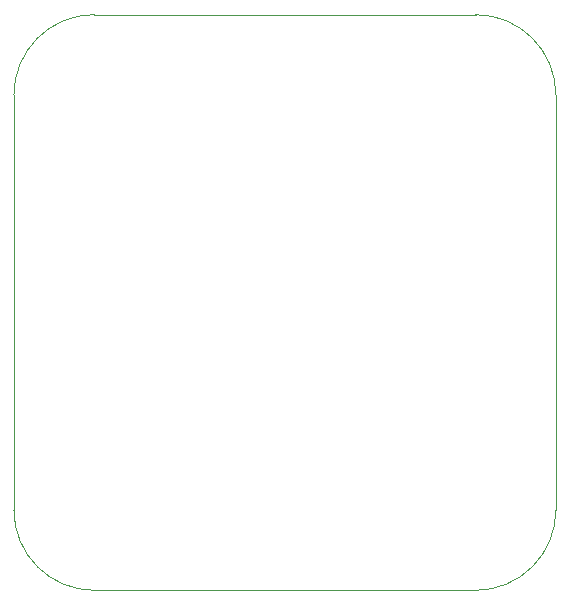
<source format=gbr>
%TF.GenerationSoftware,KiCad,Pcbnew,9.0.0*%
%TF.CreationDate,2025-08-18T10:04:00-07:00*%
%TF.ProjectId,USB_C_Simple_Trig,5553425f-435f-4536-996d-706c655f5472,rev?*%
%TF.SameCoordinates,Original*%
%TF.FileFunction,Profile,NP*%
%FSLAX46Y46*%
G04 Gerber Fmt 4.6, Leading zero omitted, Abs format (unit mm)*
G04 Created by KiCad (PCBNEW 9.0.0) date 2025-08-18 10:04:00*
%MOMM*%
%LPD*%
G01*
G04 APERTURE LIST*
%TA.AperFunction,Profile*%
%ADD10C,0.050000*%
%TD*%
G04 APERTURE END LIST*
D10*
X156550000Y-131241674D02*
X124250000Y-131241674D01*
X163350000Y-124441674D02*
G75*
G02*
X156550000Y-131241700I-6800000J-26D01*
G01*
X117458326Y-89300000D02*
G75*
G02*
X124258326Y-82500026I6799974J0D01*
G01*
X124258326Y-131241674D02*
G75*
G02*
X117458326Y-124441674I-26J6799974D01*
G01*
X156550000Y-82500000D02*
G75*
G02*
X163350000Y-89300000I0J-6800000D01*
G01*
X117458326Y-124441670D02*
X117458326Y-89300000D01*
X124258326Y-82500000D02*
X156550000Y-82500000D01*
X163350000Y-89300000D02*
X163349999Y-124441674D01*
M02*

</source>
